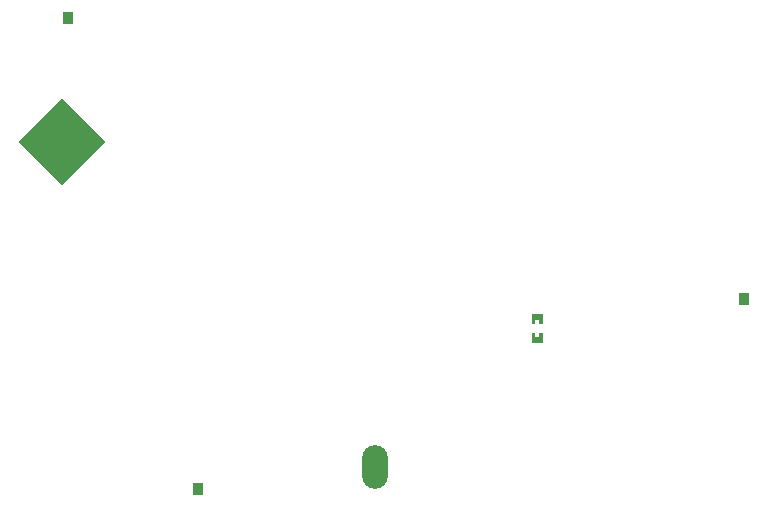
<source format=gbp>
G04 Layer: BottomPasteMaskLayer*
G04 EasyEDA v6.5.42, 2024-06-01 20:13:01*
G04 56b61418f79f422a81827ce91bc8f804,a42f065a0689404bb1480e5e311d6757,10*
G04 Gerber Generator version 0.2*
G04 Scale: 100 percent, Rotated: No, Reflected: No *
G04 Dimensions in millimeters *
G04 leading zeros omitted , absolute positions ,4 integer and 5 decimal *
%FSLAX45Y45*%
%MOMM*%

%AMMACRO1*21,1,$1,$2,0,0,$3*%
%ADD10R,0.8999X1.0000*%
%ADD11MACRO1,5.1994X5.1996X135.0020*%
%ADD12O,2.1999956000000003X3.6999926000000003*%

%LPD*%
G36*
X5179720Y3546906D02*
G01*
X5174691Y3541877D01*
X5174691Y3461918D01*
X5179720Y3456889D01*
X5259679Y3456889D01*
X5264708Y3461918D01*
X5264708Y3541877D01*
X5259679Y3546906D01*
X5235498Y3546906D01*
X5235498Y3509873D01*
X5202478Y3509873D01*
X5202478Y3546906D01*
G37*
G36*
X5179720Y3705910D02*
G01*
X5174691Y3700881D01*
X5174691Y3621887D01*
X5179720Y3616909D01*
X5202478Y3616909D01*
X5202478Y3654907D01*
X5235498Y3654907D01*
X5235498Y3616909D01*
X5259679Y3616909D01*
X5264708Y3621887D01*
X5264708Y3700881D01*
X5259679Y3705910D01*
G37*
D10*
G01*
X6968396Y3835400D03*
G01*
X1248493Y6210300D03*
G01*
X2345606Y2222500D03*
D11*
G01*
X1192225Y5157787D03*
D12*
G01*
X3848087Y2413000D03*
M02*

</source>
